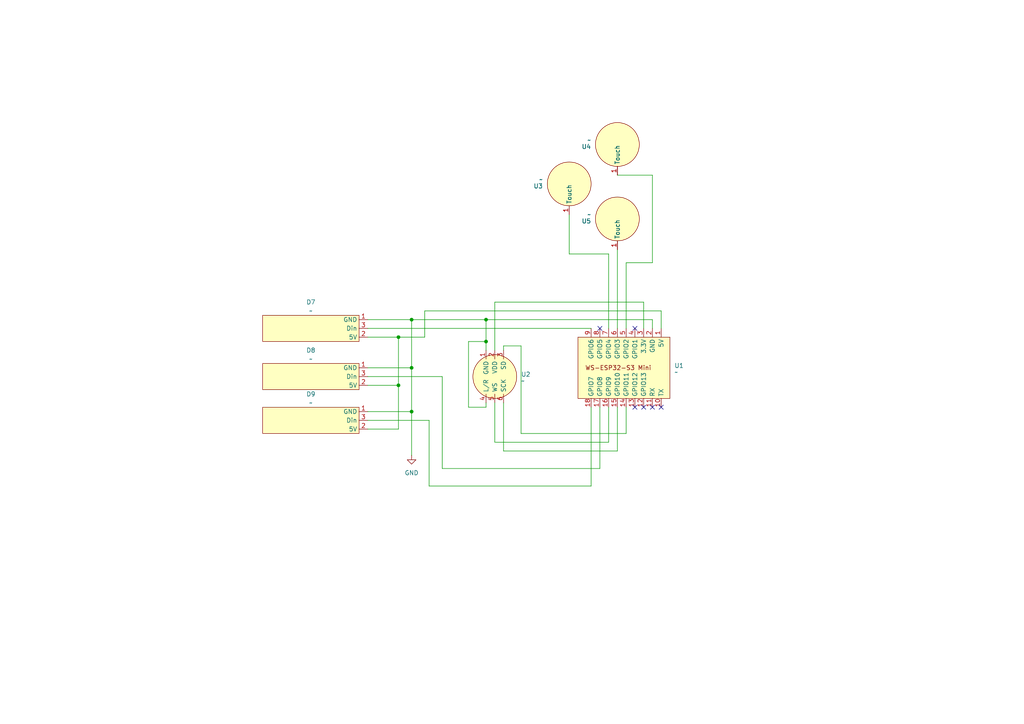
<source format=kicad_sch>
(kicad_sch (version 20231120) (generator "eeschema") (generator_version "8.0")
  (paper "A4")
  (lib_symbols
    (symbol "TouchPad_1"
      (property "Reference" "U" (at 0 -1.778 0))
      (symbol "TouchPad_1_1_1"
        (circle (center 0 0) (radius 6.35) (fill (type background)))
        (pin bidirectional line (at 0 8.89 270) (length 2.54) (name "Touch") (number "1"))
      )
    )
    (symbol "TouchPad_2"
      (property "Reference" "U" (at 0 -1.778 0))
      (symbol "TouchPad_2_1_1"
        (circle (center 0 0) (radius 6.35) (fill (type background)))
        (pin bidirectional line (at 0 8.89 270) (length 2.54) (name "Touch") (number "1"))
      )
    )
    (symbol "Waveshare_ESP32_S3_miniDev:ESP32-S3-Zero"
      (property "Reference" "U" (at 0 10.414 0))
      (symbol "ESP32-S3-Zero_1_1"
        (rectangle (start -8.89 12.7) (end 8.89 -13.97) (fill (type background)))
        (text "WS-ESP32-S3 Mini" (at 0 -2.286 900) (effects (font (size 1.27 1.27))))
        (pin power_out line (at -11.43 10.16 0) (length 2.54) (name "5V") (number "1"))
        (pin output line (at 11.43 10.16 180) (length 2.54) (name "TX") (number "10"))
        (pin output line (at 11.43 7.62 180) (length 2.54) (name "RX") (number "11"))
        (pin output line (at 11.43 5.08 180) (length 2.54) (name "GPIO13") (number "12"))
        (pin output line (at 11.43 2.54 180) (length 2.54) (name "GPIO12") (number "13"))
        (pin output line (at 11.43 0 180) (length 2.54) (name "GPIO11") (number "14"))
        (pin output line (at 11.43 -2.54 180) (length 2.54) (name "GPIO10") (number "15"))
        (pin output line (at 11.43 -5.08 180) (length 2.54) (name "GPIO9") (number "16"))
        (pin output line (at 11.43 -7.62 180) (length 2.54) (name "GPIO8") (number "17"))
        (pin output line (at 11.43 -10.16 180) (length 2.54) (name "GPIO7") (number "18"))
        (pin power_out line (at -11.43 7.62 0) (length 2.54) (name "GND") (number "2"))
        (pin power_out line (at -11.43 5.08 0) (length 2.54) (name "3.3V") (number "3"))
        (pin output line (at -11.43 2.54 0) (length 2.54) (name "GPIO1") (number "4"))
        (pin output line (at -11.43 0 0) (length 2.54) (name "GPIO2") (number "5"))
        (pin output line (at -11.43 -2.54 0) (length 2.54) (name "GPIO3") (number "6"))
        (pin output line (at -11.43 -5.08 0) (length 2.54) (name "GPIO4") (number "7"))
        (pin output line (at -11.43 -7.62 0) (length 2.54) (name "GPIO5") (number "8"))
        (pin output line (at -11.43 -10.16 0) (length 2.54) (name "GPIO6") (number "9"))
      )
    )
    (symbol "Waveshare_ESP32_S3_miniDev:INMP441"
      (property "Reference" "U2" (at 7.62 0.6351 0))
      (property "Value" "~" (at 7.62 -1.27 0))
      (symbol "INMP441_1_1"
        (circle (center 0 0) (radius 6.35) (fill (type background)))
        (pin bidirectional line (at -2.54 7.62 270) (length 2.54) (name "GND") (number "1"))
        (pin bidirectional line (at 0 7.62 270) (length 2.54) (name "VDD") (number "2"))
        (pin bidirectional line (at 2.54 7.62 270) (length 2.54) (name "SD") (number "3"))
        (pin bidirectional line (at -2.54 -7.62 90) (length 2.54) (name "L/R") (number "4"))
        (pin bidirectional line (at 0 -7.62 90) (length 2.54) (name "WS") (number "5"))
        (pin bidirectional line (at 2.54 -7.62 90) (length 2.54) (name "SCK") (number "6"))
      )
    )
    (symbol "Waveshare_ESP32_S3_miniDev:LED_strip"
      (property "Reference" "D" (at 0 0 0))
      (symbol "LED_strip_1_1"
        (rectangle (start -13.97 3.81) (end 13.97 -3.81) (fill (type background)))
        (pin power_in line (at 16.51 2.54 180) (length 2.54) (name "GND") (number "1"))
        (pin power_in line (at 16.51 -2.54 180) (length 2.54) (name "5V") (number "2"))
        (pin bidirectional line (at 16.51 0 180) (length 2.54) (name "Din") (number "3"))
      )
    )
    (symbol "Waveshare_ESP32_S3_miniDev:TouchPad"
      (property "Reference" "U" (at 0 -1.778 0))
      (symbol "TouchPad_1_1"
        (circle (center 0 0) (radius 6.35) (fill (type background)))
        (pin bidirectional line (at 0 8.89 270) (length 2.54) (name "Touch") (number "1"))
      )
    )
    (symbol "power:GND" (power) (pin_numbers hide) (pin_names (offset 0) hide)
      (property "Value" "GND" (at 0 -3.81 0))
      (symbol "GND_0_1"
        (polyline (pts (xy 0 0) (xy 0 -1.27) (xy 1.27 -1.27) (xy 0 -2.54) (xy -1.27 -1.27) (xy 0 -1.27)))
      )
      (symbol "GND_1_1"
        (pin power_in line (at 0 0 270) (length 0) (name "~") (number "1"))
      )
    )
  )
  (junction (at 119.38 92.71))
  (junction (at 115.57 111.76))
  (junction (at 115.57 97.79))
  (junction (at 140.97 92.71))
  (junction (at 119.38 119.38))
  (junction (at 140.97 99.06))
  (junction (at 119.38 106.68))
  (no_connect (at 189.23 118.11))
  (no_connect (at 191.77 118.11))
  (no_connect (at 186.69 118.11))
  (no_connect (at 184.15 118.11))
  (no_connect (at 184.15 95.25))
  (no_connect (at 173.99 95.25))
  (wire (pts (xy 106.68 106.68) (xy 119.38 106.68)))
  (wire (pts (xy 119.38 119.38) (xy 119.38 106.68)))
  (wire (pts (xy 106.68 109.22) (xy 128.27 109.22)))
  (wire (pts (xy 151.13 100.33) (xy 151.13 125.73)))
  (wire (pts (xy 115.57 124.46) (xy 115.57 111.76)))
  (wire (pts (xy 189.23 95.25) (xy 189.23 92.71)))
  (wire (pts (xy 176.53 128.27) (xy 176.53 118.11)))
  (wire (pts (xy 128.27 109.22) (xy 128.27 135.89)))
  (wire (pts (xy 179.07 72.39) (xy 179.07 95.25)))
  (wire (pts (xy 135.89 118.11) (xy 135.89 99.06)))
  (wire (pts (xy 140.97 118.11) (xy 140.97 116.84)))
  (wire (pts (xy 106.68 95.25) (xy 171.45 95.25)))
  (wire (pts (xy 165.1 73.66) (xy 176.53 73.66)))
  (wire (pts (xy 115.57 97.79) (xy 115.57 111.76)))
  (wire (pts (xy 189.23 50.8) (xy 189.23 76.2)))
  (wire (pts (xy 151.13 125.73) (xy 181.61 125.73)))
  (wire (pts (xy 146.05 130.81) (xy 179.07 130.81)))
  (wire (pts (xy 106.68 119.38) (xy 119.38 119.38)))
  (wire (pts (xy 119.38 92.71) (xy 140.97 92.71)))
  (wire (pts (xy 189.23 76.2) (xy 181.61 76.2)))
  (wire (pts (xy 181.61 76.2) (xy 181.61 95.25)))
  (wire (pts (xy 140.97 99.06) (xy 140.97 101.6)))
  (wire (pts (xy 143.51 87.63) (xy 143.51 101.6)))
  (wire (pts (xy 191.77 90.17) (xy 123.19 90.17)))
  (wire (pts (xy 124.46 140.97) (xy 171.45 140.97)))
  (wire (pts (xy 140.97 118.11) (xy 135.89 118.11)))
  (wire (pts (xy 128.27 135.89) (xy 173.99 135.89)))
  (wire (pts (xy 146.05 116.84) (xy 146.05 130.81)))
  (wire (pts (xy 123.19 90.17) (xy 123.19 97.79)))
  (wire (pts (xy 143.51 116.84) (xy 143.51 128.27)))
  (wire (pts (xy 123.19 97.79) (xy 115.57 97.79)))
  (wire (pts (xy 106.68 97.79) (xy 115.57 97.79)))
  (wire (pts (xy 173.99 118.11) (xy 173.99 135.89)))
  (wire (pts (xy 124.46 121.92) (xy 124.46 140.97)))
  (wire (pts (xy 106.68 92.71) (xy 119.38 92.71)))
  (wire (pts (xy 106.68 124.46) (xy 115.57 124.46)))
  (wire (pts (xy 140.97 92.71) (xy 140.97 99.06)))
  (wire (pts (xy 119.38 92.71) (xy 119.38 106.68)))
  (wire (pts (xy 151.13 100.33) (xy 146.05 100.33)))
  (wire (pts (xy 189.23 50.8) (xy 179.07 50.8)))
  (wire (pts (xy 106.68 121.92) (xy 124.46 121.92)))
  (wire (pts (xy 186.69 95.25) (xy 186.69 87.63)))
  (wire (pts (xy 181.61 125.73) (xy 181.61 118.11)))
  (wire (pts (xy 143.51 128.27) (xy 176.53 128.27)))
  (wire (pts (xy 135.89 99.06) (xy 140.97 99.06)))
  (wire (pts (xy 191.77 95.25) (xy 191.77 90.17)))
  (wire (pts (xy 171.45 118.11) (xy 171.45 140.97)))
  (wire (pts (xy 119.38 132.08) (xy 119.38 119.38)))
  (wire (pts (xy 146.05 100.33) (xy 146.05 101.6)))
  (wire (pts (xy 189.23 92.71) (xy 140.97 92.71)))
  (wire (pts (xy 106.68 111.76) (xy 115.57 111.76)))
  (wire (pts (xy 176.53 95.25) (xy 176.53 73.66)))
  (wire (pts (xy 179.07 118.11) (xy 179.07 130.81)))
  (wire (pts (xy 165.1 73.66) (xy 165.1 62.23)))
  (wire (pts (xy 186.69 87.63) (xy 143.51 87.63)))
  (symbol (lib_id "Waveshare_ESP32_S3_miniDev:LED_strip") (at 90.17 95.25 0) (unit 1)
    (property "Reference" "D7" (at 90.17 87.63 0))
    (property "Value" "~" (at 90.17 90.17 0))
    (property "Footprint" "Waveshare_ESP32_S3_mini:LED strip ghost" (effects (hide yes)))
  )
  (symbol (lib_id "power:GND") (at 119.38 132.08 0) (unit 1)
    (property "Reference" "#PWR02" (effects (hide yes)))
    (property "Value" "GND" (at 119.38 137.16 0))
    (property "Description" "Power symbol creates a global label with name \"GND\" , ground" (effects (hide yes)))
  )
  (symbol (lib_id "Waveshare_ESP32_S3_miniDev:LED_strip") (at 90.17 121.92 0) (unit 1)
    (property "Reference" "D9" (at 90.17 114.3 0))
    (property "Value" "~" (at 90.17 116.84 0))
    (property "Footprint" "Waveshare_ESP32_S3_mini:LED strip ghost" (effects (hide yes)))
  )
  (symbol (lib_id "Waveshare_ESP32_S3_miniDev:TouchPad") (at 179.07 41.91 180) (unit 1)
    (property "Reference" "U4" (at 171.45 42.5451 0) (effects (justify left)))
    (property "Value" "~" (at 171.45 40.64 0) (effects (justify left)))
    (property "Footprint" "Waveshare_ESP32_S3_mini:Cap touch sensor" (effects (hide yes)))
  )
  (symbol (lib_name "TouchPad_2") (lib_id "Waveshare_ESP32_S3_miniDev:TouchPad") (at 165.1 53.34 180) (unit 1)
    (property "Reference" "U3" (at 157.48 53.9751 0) (effects (justify left)))
    (property "Value" "~" (at 157.48 52.07 0) (effects (justify left)))
    (property "Footprint" "Waveshare_ESP32_S3_mini:Cap touch sensor" (effects (hide yes)))
  )
  (symbol (lib_name "TouchPad_1") (lib_id "Waveshare_ESP32_S3_miniDev:TouchPad") (at 179.07 63.5 180) (unit 1)
    (property "Reference" "U5" (at 171.45 64.1351 0) (effects (justify left)))
    (property "Value" "~" (at 171.45 62.23 0) (effects (justify left)))
    (property "Footprint" "Waveshare_ESP32_S3_mini:Cap touch sensor" (effects (hide yes)))
  )
  (symbol (lib_id "Waveshare_ESP32_S3_miniDev:ESP32-S3-Zero") (at 181.61 106.68 270) (unit 1)
    (property "Reference" "U1" (at 195.58 106.0449 90) (effects (justify left)))
    (property "Value" "~" (at 195.58 107.95 90) (effects (justify left)))
    (property "Footprint" "Waveshare_ESP32_S3_mini:WS-ESP32-S3-Mini" (effects (hide yes)))
  )
  (symbol (lib_id "Waveshare_ESP32_S3_miniDev:LED_strip") (at 90.17 109.22 0) (unit 1)
    (property "Reference" "D8" (at 90.17 101.6 0))
    (property "Value" "~" (at 90.17 104.14 0))
    (property "Footprint" "Waveshare_ESP32_S3_mini:LED strip ghost" (effects (hide yes)))
  )
  (symbol (lib_id "Waveshare_ESP32_S3_miniDev:INMP441") (at 143.51 109.22 0) (unit 1)
    (property "Reference" "U2" (at 151.13 108.5849 0) (effects (justify left)))
    (property "Value" "~" (at 151.13 110.49 0) (effects (justify left)))
    (property "Footprint" "Waveshare_ESP32_S3_mini:INMP441" (effects (hide yes)))
  )
)
</source>
